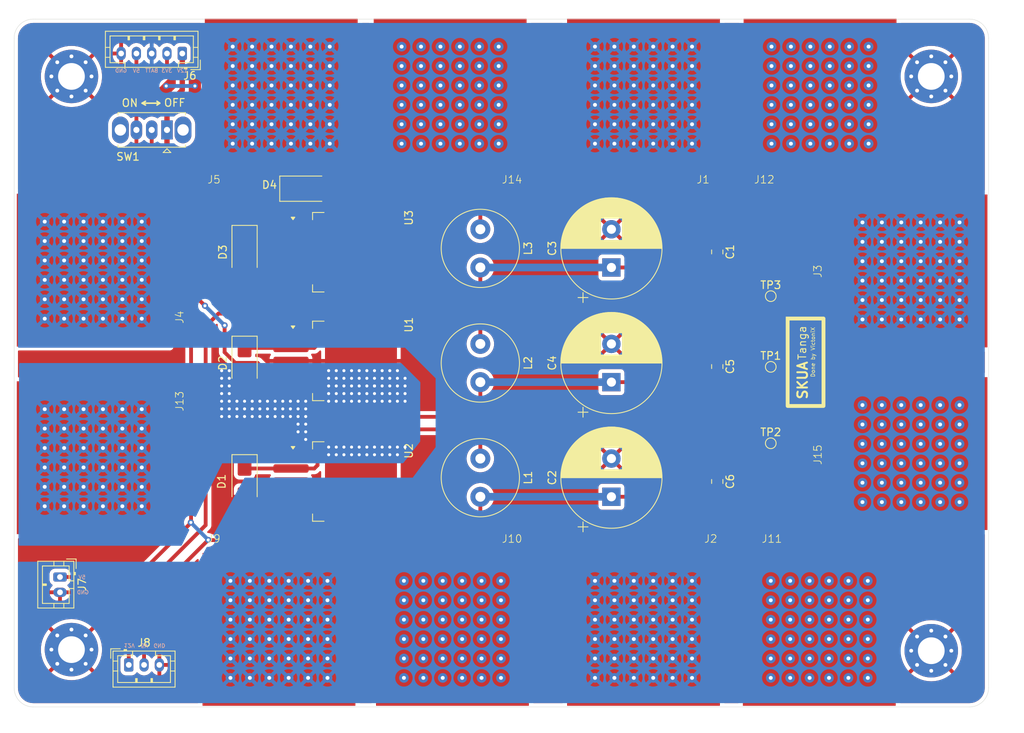
<source format=kicad_pcb>
(kicad_pcb (version 20240108) (generator "pcbnew") (generator_version "8.0")
  (layers (0 "F.Cu" signal) (31 "B.Cu" signal) (34 "B.Paste" user) (35 "F.Paste" user) (36 "B.SilkS" user "B.Silkscreen") (37 "F.SilkS" user "F.Silkscreen") (38 "B.Mask" user) (39 "F.Mask" user) (44 "Edge.Cuts" user))
  (net 0 "")
  (net 1 "GND")
  (net 2 "+12V")
  (net 3 "+5V")
  (net 4 "+3V3")
  (net 5 "Net-(D1-K)")
  (net 6 "Net-(D2-K)")
  (net 7 "Net-(D3-K)")
  (net 8 "Net-(D4-K)")
  (net 9 "+BATT")
  (net 10 "Net-(SW1-B)")
  (footprint "MountingHole:MountingHole_3.5mm_Pad_Via" (layer "F.Cu") (at 94.35 132.5)
    (property "Reference" "H1" (hide yes))
    (property "Value" "MountingHole_Pad")
  )
  (footprint "Diode_SMD:D_SMA" (layer "F.Cu") (at 117 80.5 -90)
    (property "Reference" "D3")
    (property "Value" "SS32")
  )
  (footprint "Custom library:Rectangular_Pad_20x20mm" (layer "F.Cu") (at 97.2 82.85)
    (property "Reference" "J4")
    (property "Value" "+BAT")
  )
  (footprint "Package_TO_SOT_SMD:TO-263-5_TabPin3" (layer "F.Cu") (at 130.725 80.5)
    (property "Reference" "U3")
    (property "Value" "LM2576HVS-12")
  )
  (footprint "Custom library:Rectangular_Pad_20x20mm" (layer "F.Cu") (at 144.2 129.85)
    (property "Reference" "J10")
    (property "Value" "-BAT")
  )
  (footprint "Capacitor_SMD:C_0805_2012Metric_Pad1.18x1.45mm_HandSolder" (layer "F.Cu") (at 178.85 80.4625 -90)
    (property "Reference" "C1")
    (property "Value" "100nF")
  )
  (footprint "Custom library:Rectangular_Pad_20x20mm" (layer "F.Cu") (at 97.2 107.39)
    (property "Reference" "J13")
    (property "Value" "-BAT")
  )
  (footprint "Inductor_THT:L_Radial_D10.0mm_P5.00mm_Fastron_07P" (layer "F.Cu") (at 147.85 107.5 -90)
    (property "Reference" "L1")
    (property "Value" "100uH")
  )
  (footprint "Custom library:Rectangular_Pad_20x20mm" (layer "F.Cu") (at 121.8 59.95)
    (property "Reference" "J5")
    (property "Value" "+BAT")
  )
  (footprint "Capacitor_THT:CP_Radial_D13.0mm_P5.00mm" (layer "F.Cu") (at 165 112.5 90)
    (property "Reference" "C2")
    (property "Value" "1000uF")
  )
  (footprint "Custom library:Rectangular_Pad_20x20mm" (layer "F.Cu") (at 192.3 59.95)
    (property "Reference" "J12")
    (property "Value" "-BAT")
  )
  (footprint "Inductor_THT:L_Radial_D10.0mm_P5.00mm_Fastron_07P" (layer "F.Cu") (at 147.85 92.5 -90)
    (property "Reference" "L2")
    (property "Value" "100uH")
  )
  (footprint "TestPoint:TestPoint_Pad_D1.0mm" (layer "F.Cu") (at 185.85 105.5)
    (property "Reference" "TP2")
    (property "Value" "5V")
  )
  (footprint "Button_Switch_THT:SW_Slide_SPDT_Straight_CK_OS102011MS2Q" (layer "F.Cu") (at 106.85 64.5 180)
    (property "Reference" "SW1")
    (property "Value" "Switch")
  )
  (footprint "Package_TO_SOT_SMD:TO-263-5_TabPin3" (layer "F.Cu") (at 130.725 110.5)
    (property "Reference" "U2")
    (property "Value" "LM2576HVS-5")
  )
  (footprint "Custom library:Rectangular_Pad_20x20mm" (layer "F.Cu") (at 169.2 59.95)
    (property "Reference" "J1")
    (property "Value" "+BAT")
  )
  (footprint "Connector_JST:JST_PH_B2B-PH-K_1x02_P2.00mm_Vertical" (layer "F.Cu") (at 92.85 123 -90)
    (property "Reference" "J7")
    (property "Value" "Communication")
  )
  (footprint "Custom library:Rectangular_Pad_20x20mm" (layer "F.Cu") (at 204.2 106.85)
    (property "Reference" "J15")
    (property "Value" "-BAT")
  )
  (footprint "Custom library:Rectangular_Pad_20x20mm" (layer "F.Cu") (at 121.5 129.85)
    (property "Reference" "J9")
    (property "Value" "+BAT")
  )
  (footprint "Capacitor_SMD:C_0805_2012Metric_Pad1.18x1.45mm_HandSolder" (layer "F.Cu") (at 178.85 110.5 -90)
    (property "Reference" "C6")
    (property "Value" "100nF")
  )
  (footprint "MountingHole:MountingHole_3.5mm_Pad_Via" (layer "F.Cu") (at 206.85 57.5)
    (property "Reference" "H2" (hide yes))
    (property "Value" "MountingHole_Pad")
  )
  (footprint "Package_TO_SOT_SMD:TO-263-5_TabPin3" (layer "F.Cu") (at 130.725 94.725)
    (property "Reference" "U1")
    (property "Value" "LM2576HVS-3.3")
  )
  (footprint "Custom library:Rectangular_Pad_20x20mm" (layer "F.Cu") (at 204.2 82.95)
    (property "Reference" "J3")
    (property "Value" "+BAT")
  )
  (footprint "Diode_SMD:D_SMA" (layer "F.Cu") (at 125.1125 72.19)
    (property "Reference" "D4")
    (property "Value" "SS32")
  )
  (footprint "Connector_JST:JST_PH_B5B-PH-K_1x05_P2.00mm_Vertical" (layer "F.Cu") (at 108.85 54.5 180)
    (property "Reference" "J6")
    (property "Value" "Control")
  )
  (footprint "Capacitor_THT:CP_Radial_D13.0mm_P5.00mm" (layer "F.Cu") (at 165 97.5 90)
    (property "Reference" "C4")
    (property "Value" "1000uF")
  )
  (footprint "MountingHole:MountingHole_3.5mm_Pad_Via" (layer "F.Cu") (at 206.85 132.643845)
    (property "Reference" "H4" (hide yes))
    (property "Value" "MountingHole_Pad")
  )
  (footprint "Diode_SMD:D_SMA" (layer "F.Cu") (at 117 95 -90)
    (property "Reference" "D2")
    (property "Value" "SS32")
  )
  (footprint "MountingHole:MountingHole_3.5mm_Pad_Via" (layer "F.Cu") (at 94.35 57.5)
    (property "Reference" "H3" (hide yes))
    (property "Value" "MountingHole_Pad")
  )
  (footprint "Capacitor_THT:CP_Radial_D13.0mm_P5.00mm" (layer "F.Cu") (at 165 82.5 90)
    (property "Reference" "C3")
    (property "Value" "1000uF")
  )
  (footprint "TestPoint:TestPoint_Pad_D1.0mm" (layer "F.Cu") (at 185.85 95.5)
    (property "Reference" "TP1")
    (property "Value" "3V3")
  )
  (footprint "TestPoint:TestPoint_Pad_D1.0mm" (layer "F.Cu") (at 185.85 86.25)
    (property "Reference" "TP3")
    (property "Value" "12V")
  )
  (footprint "Connector_JST:JST_PH_B3B-PH-K_1x03_P2.00mm_Vertical" (layer "F.Cu") (at 101.85 134.5)
    (property "Reference" "J8")
    (property "Value" "Camera")
  )
  (footprint "Custom library:Rectangular_Pad_20x20mm" (layer "F.Cu") (at 143.9 59.95)
    (property "Reference" "J14")
    (property "Value" "-BAT")
  )
  (footprint "Custom library:Rectangular_Pad_20x20mm" (layer "F.Cu") (at 192.2 129.85)
    (property "Reference" "J11")
    (property "Value" "-BAT")
  )
  (footprint "Custom library:Rectangular_Pad_20x20mm" (layer "F.Cu") (at 169.2 129.85)
    (property "Reference" "J2")
    (property "Value" "+BAT")
  )
  (footprint "Diode_SMD:D_SMA" (layer "F.Cu") (at 117 110.5 -90)
    (property "Reference" "D1")
    (property "Value" "SS32")
  )
  (footprint "Inductor_THT:L_Radial_D10.0mm_P5.00mm_Fastron_07P" (layer "F.Cu") (at 147.85 77.5 -90)
    (property "Reference" "L3")
    (property "Value" "100uH")
  )
  (footprint "Capacitor_SMD:C_0805_2012Metric_Pad1.18x1.45mm_HandSolder" (layer "F.Cu") (at 178.85 95.4625 -90)
    (property "Reference" "C5")
    (property "Value" "100nF")
  )
  (gr_line (start 105.905 61) (end 105.535 61.25) (stroke (width 0.2)) (layer "F.SilkS"))
  (gr_line (start 103.595 61) (end 104.035 61.25) (stroke (width 0.2)) (layer "F.SilkS"))
  (gr_line (start 103.595 61) (end 105.905 61) (stroke (width 0.2)) (layer "F.SilkS"))
  (gr_line (start 105.905 61) (end 105.535 60.75) (stroke (width 0.2)) (layer "F.SilkS"))
  (gr_line (start 103.595 61) (end 104.035 60.75) (stroke (width 0.2)) (layer "F.SilkS"))
  (gr_rect (start 188.06 89.18) (end 192.75 100.62) (stroke (width 0.5)) (fill none) (layer "F.SilkS"))
  (gr_line (start 86.85 137.5) (end 86.85 52.5) (stroke (width 0.05)) (layer "Edge.Cuts"))
  (gr_arc (start 86.85 52.5) (mid 87.582233 50.732233) (end 89.35 50) (stroke (width 0.05)) (layer "Edge.Cuts"))
  (gr_arc (start 211.85 50) (mid 213.617767 50.732233) (end 214.35 52.5) (stroke (width 0.05)) (layer "Edge.Cuts"))
  (gr_arc (start 214.35 137.5) (mid 213.617767 139.267767) (end 211.85 140) (stroke (width 0.05)) (layer "Edge.Cuts"))
  (gr_arc (start 89.35 140) (mid 87.582233 139.267767) (end 86.85 137.5) (stroke (width 0.05)) (layer "Edge.Cuts"))
  (gr_line (start 89.35 50) (end 211.85 50) (stroke (width 0.05)) (layer "Edge.Cuts"))
  (gr_line (start 214.35 52.5) (end 214.35 137.5) (stroke (width 0.05)) (layer "Edge.Cuts"))
  (gr_line (start 211.85 140) (end 89.35 140) (stroke (width 0.05)) (layer "Edge.Cuts"))
  (gr_text "5V" (at 96.24 123.32 0) (layer "B.SilkS") (effects (font (size 0.5 0.5) (thickness 0.08)) (justify left bottom mirror)))
  (gr_text "GND" (at 105.04 131.66 180) (layer "B.SilkS") (effects (font (size 0.5 0.5) (thickness 0.08)) (justify left bottom mirror)))
  (gr_text "5V" (at 103.35 57.04 0) (layer "B.SilkS") (effects (font (size 0.5 0.5) (thickness 0.08)) (justify left bottom mirror)))
  (gr_text "GND" (at 96.66 125.29 0) (layer "B.SilkS") (effects (font (size 0.5 0.5) (thickness 0.08)) (justify left bottom mirror)))
  (gr_text "3V3" (at 107.57 57.03 0) (layer "B.SilkS") (effects (font (size 0.5 0.5) (thickness 0.08)) (justify left bottom mirror)))
  (gr_text "BATT" (at 105.74 57.03 0) (layer "B.SilkS") (effects (font (size 0.5 0.5) (thickness 0.08)) (justify left bottom mirror)))
  (gr_text "12V" (at 101.18 131.66 180) (layer "B.SilkS") (effects (font (size 0.5 0.5) (thickness 0.08)) (justify left bottom mirror)))
  (gr_text "5V" (at 103.39 131.68 180) (layer "B.SilkS") (effects (font (size 0.5 0.5) (thickness 0.08)) (justify left bottom mirror)))
  (gr_text "12V" (at 109.6 57.02 0) (layer "B.SilkS") (effects (font (size 0.5 0.5) (thickness 0.08)) (justify left bottom mirror)))
  (gr_text "GND" (at 101.65 57.03 0) (layer "B.SilkS") (effects (font (size 0.5 0.5) (thickness 0.08)) (justify left bottom mirror)))
  (gr_text "ON" (at 100.845 61.56 0) (layer "F.SilkS") (effects (font (size 1 1)) (justify left bottom)))
  (gr_text "Done by VictoniX" (at 191.67 96.89 90) (layer "F.SilkS") (effects (font (size 0.508 0.508) (thickness 0.0762)) (justify left bottom)))
  (gr_text "OFF" (at 106.375 61.53 0) (layer "F.SilkS") (effects (font (size 1 1)) (justify left bottom)))
  (gr_text "Tanga" (at 190.56 94.67 90) (layer "F.SilkS") (effects (font (size 1.016 1.016) (thickness 0.127)) (justify left bottom)))
  (gr_text "SKUA" (at 190.76 99.88 90) (layer "F.SilkS") (effects (font (size 1.27 1.27) (thickness 0.254) (bold yes)) (justify left bottom)))
  (via (at 110.5 58.75) (size 0.8) (drill 0.4) (layers "F.Cu" "B.Cu") (net 1))
  (via (at 131 99) (size 0.8) (drill 0.4) (layers "F.Cu" "B.Cu") (net 1))
  (via (at 114 101) (size 0.8) (drill 0.4) (layers "F.Cu" "B.Cu") (net 1))
  (via (at 114 100) (size 0.8) (drill 0.4) (layers "F.Cu" "B.Cu") (net 1))
  (via (at 122 102) (size 0.8) (drill 0.4) (layers "F.Cu" "B.Cu") (net 1))
  (via (at 125 101) (size 0.8) (drill 0.4) (layers "F.Cu" "B.Cu") (net 1))
  (via (at 130 97) (size 0.8) (drill 0.4) (layers "F.Cu" "B.Cu") (net 1))
  (via (at 129 100) (size 0.8) (drill 0.4) (layers "F.Cu" "B.Cu") (net 1))
  (via (at 114 99) (size 0.8) (drill 0.4) (layers "F.Cu" "B.Cu") (net 1))
  (via (at 125 103) (size 0.8) (drill 0.4) (layers "F.Cu" "B.Cu") (net 1))
  (via (at 125 100) (size 0.8) (drill 0.4) (layers "F.Cu" "B.Cu") (net 1))
  (via (at 106.75 58.75) (size 0.8) (drill 0.4) (layers "F.Cu" "B.Cu") (net 1))
  (via (at 114 98) (size 0.8) (drill 0.4) (layers "F.Cu" "B.Cu") (net 1))
  (via (at 115 102) (size 0.8) (drill 0.4) (layers "F.Cu" "B.Cu") (net 1))
  (via (at 124 102) (size 0.8) (drill 0.4) (layers "F.Cu" "B.Cu") (net 1))
  (via (at 122 100) (size 0.8) (drill 0.4) (layers "F.Cu" "B.Cu") (net 1))
  (via (at 121 102) (size 0.8) (drill 0.4) (layers "F.Cu" "B.Cu") (net 1))
  (via (at 125 104) (size 0.8) (drill 0.4) (layers "F.Cu" "B.Cu") (net 1))
  (via (at 124 104) (size 0.8) (drill 0.4) (layers "F.Cu" "B.Cu") (net 1))
  (via (at 131 106) (size 0.8) (drill 0.4) (layers "F.Cu" "B.Cu") (net 1))
  (via (at 120 100) (size 0.8) (drill 0.4) (layers "F.Cu" "B.Cu") (net 1))
  (via (at 128 98) (size 0.8) (drill 0.4) (layers "F.Cu" "B.Cu") (net 1))
  (via (at 138 98) (size 0.8) (drill 0.4) (layers "F.Cu" "B.Cu") (net 1))
  (via (at 134 106) (size 0.8) (drill 0.4) (layers "F.Cu" "B.Cu") (net 1))
  (via (at 138 99) (size 0.8) (drill 0.4) (layers "F.Cu" "B.Cu") (net 1))
  (via (at 115 97) (size 0.8) (drill 0.4) (layers "F.Cu" "B.Cu") (net 1))
  (via (at 134 107) (size 0.8) (drill 0.4) (layers "F.Cu" "B.Cu") (net 1))
  (via (at 124 103) (size 0.8) (drill 0.4) (layers "F.Cu" "B.Cu") (net 1))
  (via (at 129 107) (size 0.8) (drill 0.4) (layers "F.Cu" "B.Cu") (net 1))
  (via (at 128 96) (size 0.8) (drill 0.4) (layers "F.Cu" "B.Cu") (net 1))
  (via (at 125 105) (size 0.8) (drill 0.4) (layers "F.Cu" "B.Cu") (net 1))
  (via (at 134 99) (size 0.8) (drill 0.4) (layers "F.Cu" "B.Cu") (net 1))
  (via (at 118 102) (size 0.8) (drill 0.4) (layers "F.Cu" "B.Cu") (net 1))
  (via (at 132 106) (size 0.8) (drill 0.4) (layers "F.Cu" "B.Cu") (net 1))
  (via (at 114 97) (size 0.8) (drill 0.4) (layers "F.Cu" "B.Cu") (net 1))
  (via (at 129 98) (size 0.8) (drill 0.4) (layers "F.Cu" "B.Cu") (net 1))
  (via (at 125 102) (size 0.8) (drill 0.4) (layers "F.Cu" "B.Cu") (net 1))
  (via (at 130 100) (size 0.8) (drill 0.4) (layers "F.Cu" "B.Cu") (net 1))
  (via (at 124 100) (size 0.8) (drill 0.4) (layers "F.Cu" "B.Cu") (net 1))
  (via (at 123 102) (size 0.8) (drill 0.4) (layers "F.Cu" "B.Cu") (net 1))
  (via (at 115 101) (size 0.8) (drill 0.4) (layers "F.Cu" "B.Cu") (net 1))
  (via (at 120 102) (size 0.8) (drill 0.4) (layers "F.Cu" "B.Cu") (net 1))
  (via (at 131 100) (size 0.8) (drill 0.4) (layers "F.Cu" "B.Cu") (net 1))
  (via (at 136 107) (size 0.8) (drill 0.4) (layers "F.Cu" "B.Cu") (net 1))
  (via (at 136 99) (size 0.8) (drill 0.4) (layers "F.Cu" "B.Cu") (net 1))
  (via (at 135 106) (size 0.8) (drill 0.4) (layers "F.Cu" "B.Cu") (net 1))
  (via (at 118 101) (size 0.8) (drill 0.4) (layers "F.Cu" "B.Cu") (net 1))
  (via (at 128 107) (size 0.8) (drill 0.4) (layers "F.Cu" "B.Cu") (net 1))
  (via (at 128 99) (size 0.8) (drill 0.4) (layers "F.Cu" "B.Cu") (net 1))
  (via (at 135 98) (size 0.8) (drill 0.4) (layers "F.Cu" "B.Cu") (net 1))
  (via (at 131 96) (size 0.8) (drill 0.4) (layers "F.Cu" "B.Cu") (net 1))
  (via (at 134 96) (size 0.8) (drill 0.4) (layers "F.Cu" "B.Cu") (net 1))
  (via (at 117 101) (size 0.8) (drill 0.4) (layers "F.Cu" "B.Cu") (net 1))
  (via (at 137 107) (size 0.8) (drill 0.4) (layers "F.Cu" "B.Cu") (net 1))
  (via (at 114 102) (size 0.8) (drill 0.4) (layers "F.Cu" "B.Cu") (net 1))
  (via (at 137 96) (size 0.8) (drill 0.4) (layers "F.Cu" "B.Cu") (net 1))
  (via (at 116 101) (size 0.8) (drill 0.4) (layers "F.Cu" "B.Cu") (net 1))
  (via (at 136 100) (size 0.8) (drill 0.4) (layers "F.Cu" "B.Cu") (net 1))
  (via (at 133 97) (size 0.8) (drill 0.4) (layers "F.Cu" "B.Cu") (net 1))
  (via (at 128 106) (size 0.8) (drill 0.4) (layers "F.Cu" "B.Cu") (net 1))
  (via (at 121 101) (size 0.8) (drill 0.4) (layers "F.Cu" "B.Cu") (net 1))
  (via (at 134 98) (size 0.8) (drill 0.4) (layers "F.Cu" "B.Cu") (net 1))
  (via (at 135 107) (size 0.8) (drill 0.4) (layers "F.Cu" "B.Cu") (net 1))
  (via (at 133 99) (size 0.8) (drill 0.4) (layers "F.Cu" "B.Cu") (net 1))
  (via (at 135 100) (size 0.8) (drill 0.4) (layers "F.Cu" "B.Cu") (net 1))
  (via (at 129 96) (size 0.8) (drill 0.4) (layers "F.Cu" "B.Cu") (net 1))
  (via (at 129 106) (size 0.8) (drill 0.4) (layers "F.Cu" "B.Cu") (net 1))
  (via (at 137 99) (size 0.8) (drill 0.4) (layers "F.Cu" "B.Cu") (net 1))
  (via (at 117 100) (size 0.8) (drill 0.4) (layers "F.Cu" "B.Cu") (net 1))
  (via (at 124 101) (size 0.8) (drill 0.4) (layers "F.Cu" "B.Cu") (net 1))
  (via (at 123 100) (size 0.8) (drill 0.4) (layers "F.Cu" "B.Cu") (net 1))
  (via (at 130 96) (size 0.8) (drill 0.4) (layers "F.Cu" "B.Cu") (net 1))
  (via (at 138 106) (size 0.8) (drill 0.4) (layers "F.Cu" "B.Cu") (net 1))
  (via (at 136 98) (size 0.8) (drill 0.4) (layers "F.Cu" "B.Cu") (net 1))
  (via (at 137 100) (size 0.8) (drill 0.4) (layers "F.Cu" "B.Cu") (net 1))
  (via (at 136 97) (size 0.8) (drill 0.4) (layers "F.Cu" "B.Cu") (net 1))
  (via (at 136 106) (size 0.8) (drill 0.4) (layers "F.Cu" "B.Cu") (net 1))
  (via (at 114 96) (size 0.8) (drill 0.4) (layers "F.Cu" "B.Cu") (net 1))
  (via (at 132 100) (size 0.8) (drill 0.4) (layers "F.Cu" "B.Cu") (net 1))
  (via (at 134 97) (size 0.8) (drill 0.4) (layers "F.Cu" "B.Cu") (net 1))
  (via (at 117 102) (size 0.8) (drill 0.4) (layers "F.Cu" "B.Cu") (net 1))
  (via (at 118 101) (size 0.8) (drill 0.4) (layers "F.Cu" "B.Cu") (net 1))
  (via (at 129 97) (size 0.8) (drill 0.4) (layers "F.Cu" "B.Cu") (net 1))
  (via (at 135 96) (size 0.8) (drill 0.4) (layers "F.Cu" "B.Cu") (net 1))
  (via (at 119 102) (size 0.8) (drill 0.4) (layers "F.Cu" "B.Cu") (net 1))
  (via (at 132 98) (size 0.8) (drill 0.4) (layers "F.Cu" "B.Cu") (net 1))
  (via (at 137 98) (size 0.8) (drill 0.4) (layers "F.Cu" "B.Cu") (net 1))
  (via (at 134 98) (size 0.8) (drill 0.4) (layers "F.Cu" "B.Cu") (net 1))
  (via (at 132 96) (size 0.8) (drill 0.4) (layers "F.Cu" "B.Cu") (net 1))
  (via (at 131 98) (size 0.8) (drill 0.4) (layers "F.Cu" "B.Cu") (net 1))
  (via (at 130 98) (size 0.8) (drill 0.4) (layers "F.Cu" "B.Cu") (net 1))
  (via (at 128 100) (size 0.8) (drill 0.4) (layers "F.Cu" "B.Cu") (net 1))
  (via (at 132 107) (size 0.8) (drill 0.4) (layers "F.Cu" "B.Cu") (net 1))
  (via (at 133 96) (size 0.8) (drill 0.4) (layers "F.Cu" "B.Cu") (net 1))
  (via (at 137 97) (size 0.8) (drill 0.4) (layers "F.Cu" "B.Cu") (net 1))
  (via (at 135 97) (size 0.8) (drill 0.4) (layers "F.Cu" "B.Cu") (net 1))
  (via (at 137 106) (size 0.8) (drill 0.4) (layers "F.Cu" "B.Cu") (net 1))
  (via (at 138 97) (size 0.8) (drill 0.4) (layers "F.Cu" "B.Cu") (net 1))
  (via (at 116 100) (size 0.8) (drill 0.4) (layers "F.Cu" "B.Cu") (net 1))
  (via (at 120 101) (size 0.8) (drill 0.4) (layers "F.Cu" "B.Cu") (net 1))
  (via (at 134 100) (size 0.8) (drill 0.4) (layers "F.Cu" "B.Cu") (net 1))
  (via (at 115 99) (size 0.8) (drill 0.4) (layers "F.Cu" "B.Cu") (net 1))
  (via (at 115 96) (size 0.8) (drill 0.4) (layers "F.Cu" "B.Cu") (net 1))
  (via (at 130 99) (size 0.8) (drill 0.4) (layers "F.Cu" "B.Cu") (net 1))
  (via (at 136 96) (size 0.8) (drill 0.4) (layers "F.Cu" "B.Cu") (net 1))
  (via (at 123 101) (size 0.8) (drill 0.4) (layers "F.Cu" "B.Cu") (net 1))
  (via (at 131 107) (size 0.8) (drill 0.4) (layers "F.Cu" "B.Cu") (net 1))
  (via (at 135 99) (size 0.8) (drill 0.4) (layers "F.Cu" "B.Cu") (net 1))
  (via (at 122 101) (size 0.8) (drill 0.4) (layers "F.Cu" "B.Cu") (net 1))
  (via (at 130 107) (size 0.8) (drill 0.4) (layers "F.Cu" "B.Cu") (net 1))
  (via (at 132 99) (size 0.8) (drill 0.4) (layers "F.Cu" "B.Cu") (net 1))
  (via (at 129 99) (size 0.8) (drill 0.4) (layers "F.Cu" "B.Cu") (net 1))
  (via (at 118 100) (size 0.8) (drill 0.4) (layers "F.Cu" "B.Cu") (net 1))
  (via (at 119 100) (size 0.8) (drill 0.4) (layers "F.Cu" "B.Cu") (net 1))
  (via (at 132 97) (size 0.8) (drill 0.4) (layers "F.Cu" "B.Cu") (net 1))
  (via (at 133 98) (size 0.8) (drill 0.4) (layers "F.Cu" "B.Cu") (net 1))
  (via (at 128 97) (size 0.8) (drill 0.4) (layers "F.Cu" "B.Cu") (net 1))
  (via (at 133 106) (size 0.8) (drill 0.4) (layers "F.Cu" "B.Cu") (net 1))
  (via (at 121 100) (size 0.8) (drill 0.4) (layers "F.Cu" "B.Cu") (net 1))
  (via (at 133 100) (size 0.8) (drill 0.4) (layers "F.Cu" "B.Cu") (net 1))
  (via (at 119 101) (size 0.8) (drill 0.4) (layers "F.Cu" "B.Cu") (net 1))
  (via (at 115 98) (size 0.8) (drill 0.4) (layers "F.Cu" "B.Cu") (net 1))
  (via (at 138 100) (size 0.8) (drill 0.4) (layers "F.Cu" "B.Cu") (net 1))
  (via (at 130 106) (size 0.8) (drill 0.4) (layers "F.Cu" "B.Cu") (net 1))
  (via (at 133 107) (size 0.8) (drill 0.4) (layers "F.Cu" "B.Cu") (net 1))
  (via (at 131 97) (size 0.8) (drill 0.4) (layers "F.Cu" "B.Cu") (net 1))
  (via (at 115 100) (size 0.8) (drill 0.4) (layers "F.Cu" "B.Cu") (net 1))
  (via (at 116 102) (size 0.8) (drill 0.4) (layers "F.Cu" "B.Cu") (net 1))
  (segment (start 106.75 58.75) (end 110.5 58.75) (width 0.5) (layer "B.Cu") (net 1))
  (segment (start 111.91 90.21) (end 111.91 104) (width 0.5) (layer "F.Cu") (net 2))
  (segment (start 185.85 82.94) (end 185.85 86.25) (width 0.5) (layer "F.Cu") (net 2))
  (segment (start 121.96 104) (end 111.91 104) (width 0.5) (layer "F.Cu") (net 2))
  (segment (start 106.85 61.29) (end 108.76 59.38) (width 0.7) (layer "F.Cu") (net 2))
  (segment (start 146.32 86.91) (end 126.47 86.91) (width 0.5) (layer "F.Cu") (net 2))
  (segment (start 123.075 107.1) (end 123.075 105.125) (width 0.5) (layer "F.Cu") (net 2))
  (segment (start 178.85 81.5) (end 184.41 81.5) (width 0.5) (layer "F.Cu") (net 2))
  (segment (start 123.07 88.53) (end 124.7 86.9) (width 0.5) (layer "F.Cu") (net 2))
  (segment (start 125.88 82.2) (end 123.075 82.2) (width 0.5) (layer "F.Cu") (net 2))
  (segment (start 120.2 82.2) (end 119.57 82.83) (width 0.7) (layer "F.Cu") (net 2))
  (segment (start 118.93 85.42) (end 115.3 85.42) (width 0.7) (layer "F.Cu") (net 2))
  (segment (start 123.075 82.2) (end 120.2 82.2) (width 0.7) (layer "F.Cu") (net 2))
  (segment (start 123.07 88.53) (end 113.59 88.53) (width 0.5) (layer "F.Cu") (net 2))
  (segment (start 119.57 82.83) (end 119.57 84.78) (width 0.7) (layer "F.Cu") (net 2))
  (segment (start 106.99 61.29) (end 106.85 61.29) (width 0.5) (layer "F.Cu") (net 2))
  (segment (start 108.85 59.29) (end 108.85 54.5) (width 0.7) (layer "F.Cu") (net 2))
  (segment (start 123.075 105.125) (end 123.08 105.12) (width 0.5) (layer "F.Cu") (net 2))
  (segment (start 170.18 81.5) (end 169.18 82.5) (width 0.5) (layer "F.Cu") (net 2))
  (segment (start 106.85 67.43) (end 106.85 64.5) (width 0.7) (layer "F.Cu") (net 2))
  (segment (start 124.7 86.9) (end 126.46 86.9) (width 0.5) (layer "F.Cu") (net 2))
  (segment (start 115.27 85.45) (end 113.86 84.04) (width 0.7) (layer "F.Cu") (net 2))
  (segment (start 111.91 104) (end 111.91 116.21) (width 0.5) (layer "F.Cu") (net 2))
  (segment (start 184.41 81.5) (end 185.85 82.94) (width 0.5) (layer "F.Cu") (net 2))
  (segment (start 178.85 81.5) (end 170.18 81.5) (width 0.5) (layer "F.Cu") (net 2))
  (segment (start 123.08 105.12) (end 121.96 104) (width 0.5) (layer "F.Cu") (net 2))
  (segment (start 123.075 91.325) (end 123.075 88.535) (width 0.5) (layer "F.Cu") (net 2))
  (segment (start 126.46 86.9) (end 126.46 82.78) (width 0.5) (layer "F.Cu") (net 2))
  (segment (start 126.46 82.78) (end 125.88 82.2) (width 0.5) (layer "F.Cu") (net 2))
  (segment (start 113.59 88.53) (end 111.91 90.21) (width 0.5) (layer "F.Cu") (net 2))
  (segment (start 147.85 85.38) (end 146.32 86.91) (width 0.5) (layer "F.Cu") (net 2))
  (segment (start 113.86 74.44) (end 106.85 67.43) (width 0.7) (layer "F.Cu") (net 2))
  (segment (start 126.47 86.91) (end 126.46 86.9) (width 0.5) (layer "F.Cu") (net 2))
  (segment (start 101.85 126.27) (end 101.85 134.5) (width 0.5) (layer "F.Cu") (net 2))
  (segment (start 119.57 84.78) (end 118.93 85.42) (width 0.7) (layer "F.Cu") (net 2))
  (segment (start 106.85 64.5) (end 106.85 61.29) (width 0.7) (layer "F.Cu") (net 2))
  (segment (start 147.85 82.5) (end 147.85 85.38) (width 0.5) (layer "F.Cu") (net 2))
  (segment (start 113.86 84.04) (end 113.86 74.44) (width 0.7) (layer "F.Cu") (net 2))
  (segment (start 169.18 82.5) (end 165 82.5) (width 0.5) (layer "F.Cu") (net 2))
  (segment (start 115.3 85.42) (end 115.27 85.45) (width 0.5) (layer "F.Cu") (net 2))
  (segment (start 123.075 88.535) (end 123.07 88.53) (width 0.5) (layer "F.Cu") (net 2))
  (segment (start 111.91 116.21) (end 101.85 126.27) (width 0.5) (layer "F.Cu") (net 2))
  (segment (start 165 82.5) (end 147.85 82.5) (width 1) (layer "B.Cu") (net 2))
  (segment (start 185.85 105.5) (end 185.86 105.51) (width 0.5) (layer "F.Cu") (net 3))
  (segment (start 178.85 111.5375) (end 170.7625 111.5375) (width 0.5) (layer "F.Cu") (net 3))
  (segment (start 185.86 109.91) (end 184.2325 111.5375) (width 0.5) (layer "F.Cu") (net 3))
  (segment (start 170.7625 111.5375) (end 169.8 112.5) (width 0.5) (layer "F.Cu") (net 3))
  (segment (start 109.97 115.92) (end 102.89 123) (width 0.5) (layer "F.Cu") (net 3))
  (segment (start 105.54 70.18) (end 98.92 70.18) (width 0.5) (layer "F.Cu") (net 3))
  (segment (start 169.8 112.5) (end 165 112.5) (width 0.5) (layer "F.Cu") (net 3))
  (segment (start 109.97 115.86) (end 110 115.83) (width 0.5) (layer "F.Cu") (net 3))
  (segment (start 97.3 61.73) (end 99.78 59.25) (width 0.5) (layer "F.Cu") (net 3))
  (segment (start 125.8 112.2) (end 126.32 112.72) (width 0.5) (layer "F.Cu") (net 3))
  (segment (start 97.3 68.56) (end 97.3 61.73) (width 0.5) (layer "F.Cu") (net 3))
  (segment (start 102.89 123) (end 92.85 123) (width 0.5) (layer "F.Cu") (net 3))
  (segment (start 103.85 134.5) (end 103.85 126.55) (width 0.5) (layer "F.Cu") (net 3))
  (segment (start 146.24 118.17) (end 147.85 116.56) (width 0.5) (layer "F.Cu") (net 3))
  (segment (start 184.2325 111.5375) (end 178.85 111.5375) (width 0.5) (layer "F.Cu") (net 3))
  (segment (start 185.86 105.51) (end 185.86 109.91) (width 0.5) (layer "F.Cu") (net 3))
  (segment (start 110 115.83) (end 110 74.64) (width 0.5) (layer "F.Cu") (net 3))
  (segment (start 103.85 126.55) (end 112.25 118.15) (width 0.5) (layer "F.Cu") (net 3))
  (segment (start 109.97 115.86) (end 109.97 115.92) (width 0.5) (layer "F.Cu") (net 3))
  (segment (start 102.85 58.4) (end 102.85 54.5) (width 0.5) (layer "F.Cu") (net 3))
  (segment (start 123.075 112.2) (end 125.8 112.2) (width 0.5) (layer "F.Cu") (net 3))
  (segment (start 112.25 118.15) (end 112.27 118.17) (width 0.5) (layer "F.Cu") (net 3))
  (segment (start 147.85 116.56) (end 147.85 112.5) (width 0.5) (layer "F.Cu") (net 3))
  (segment (start 110 74.64) (end 105.54 70.18) (width 0.5) (layer "F.Cu") (net 3))
  (segment (start 126.32 112.72) (end 126.32 118.17) (width 0.5) (layer "F.Cu") (net 3))
  (segment (start 102 59.25) (end 102.85 58.4) (width 0.5) (layer "F.Cu") (net 3))
  (segment (start 112.27 118.17) (end 146.24 118.17) (width 0.5) (layer "F.Cu") (net 3))
  (segment (start 99.78 59.25) (end 102 59.25) (width 0.5) (layer "F.Cu") (net 3))
  (segment (start 98.92 70.18) (end 97.3 68.56) (width 0.5) (layer "F.Cu") (net 3))
  (via (at 112.25 118.15) (size 0.8) (drill 0.4) (layers "F.Cu" "B.Cu") (net 3))
  (via (at 109.97 115.86) (size 0.8) (drill 0.4) (layers "F.Cu" "B.Cu") (net 3))
  (segment (start 165 112.5) (end 147.85 112.5) (width 1) (layer "B.Cu") (net 3))
  (segment (start 109.97 115.86) (end 109.97 115.87) (width 0.5) (layer "B.Cu") (net 3))
  (segment (start 109.97 115.87) (end 112.25 118.15) (width 0.5) (layer "B.Cu") (net 3))
  (segment (start 123.075 96.425) (end 120.145 96.425) (width 0.5) (layer "F.Cu") (net 4))
  (segment (start 114.39 92.11) (end 114.39 90.07) (width 0.5) (layer "F.Cu") (net 4))
  (segment (start 98.52 62.56) (end 100.33 60.75) (width 0.5) (layer "F.Cu") (net 4))
  (segment (start 98.52 67.47) (end 98.52 62.56) (width 0.5) (layer "F.Cu") (net 4))
  (segment (start 123.075 96.425) (end 125.745 96.425) (width 0.5) (layer "F.Cu") (net 4))
  (segment (start 137 102) (end 137.04 102.04) (width 0.5) (layer "F.Cu") (net 4))
  (segment (start 126.52 101.34) (end 127.22 102.04) (width 0.5) (layer "F.Cu") (net 4))
  (segment (start 118.7 94.98) (end 115.78 94.98) (width 0.5) (layer "F.Cu") (net 4))
  (segment (start 169.83 97.5) (end 165 97.5) (width 0.5) (layer "F.Cu") (net 4))
  (segment (start 136.96 102.04) (end 137 102) (width 0.5) (layer "F.Cu") (net 4))
  (segment (start 111.82 87.51) (end 111.03 86.72) (width 0.5) (layer "F.Cu") (net 4))
  (segment (start 182.78 95.5) (end 181.76 96.52) (width 0.5) (layer "F.Cu") (net 4))
  (segment (start 125.745 96.425) (end 126.52 97.2) (width 0.5) (layer "F.Cu") (net 4))
  (segment (start 127.22 102.04) (end 136.96 102.04) (width 0.5) (layer "F.Cu") (net 4))
  (segment (start 170.83 96.5) (end 169.83 97.5) (width 0.5) (layer "F.Cu") (net 4))
  (segment (start 147.85 100.5) (end 147.85 97.5) (width 0.5) (layer "F.Cu") (net 4))
  (segment (start 178.85 96.5) (end 170.83 96.5) (width 0.5) (layer "F.Cu") (net 4))
  (segment (start 119.59 95.87) (end 118.7 94.98) (width 0.5) (layer "F.Cu") (net 4))
  (segment (start 146.31 102.04) (end 147.85 100.5) (width 0.5) (layer "F.Cu") (net 4))
  (segment (start 99.95 68.9) (end 98.52 67.47) (width 0.5) (layer "F.Cu") (net 4))
  (segment (start 103 60.75) (end 106.85 56.9) (width 0.5) (layer "F.Cu") (net 4))
  (segment (start 111.03 86.72) (end 111.03 74.397208) (width 0.5) (layer "F.Cu") (net 4))
  (segment (start 105.532792 68.9) (end 99.95 68.9) (width 0.5) (layer "F.Cu") (net 4))
  (segment (start 137.04 102.04) (end 146.31 102.04) (width 0.5) (layer "F.Cu") (net 4))
  (segment (start 106.85 56.9) (end 106.85 54.5) (width 0.5) (layer "F.Cu") (net 4))
  (segment (start 114.39 93.59) (end 114.39 92.11) (width 0.5) (layer "F.Cu") (net 4))
  (segment (start 111.03 74.397208) (end 105.532792 68.9) (width 0.5) (layer "F.Cu") (net 4))
  (segment (start 185.85 95.5) (end 182.78 95.5) (width 0.5) (layer "F.Cu") (net 4))
  (segment (start 115.78 94.98) (end 114.39 93.59) (width 0.5) (layer "F.Cu") (net 4))
  (segment (start 181.74 96.5) (end 178.85 96.5) (width 0.5) (layer "F.Cu") (net 4))
  (segment (start 120.145 96.425) (end 119.59 95.87) (width 0.5) (layer "F.Cu") (net 4))
  (segment (start 181.76 96.52) (end 181.74 96.5) (width 0.5) (layer "F.Cu") (net 4))
  (segment (start 100.33 60.75) (end 103 60.75) (width 0.5) (layer "F.Cu") (net 4))
  (segment (start 126.52 97.2) (end 126.52 101.34) (width 0.5) (layer "F.Cu") (net 4))
  (via (at 114.39 90.07) (size 0.8) (drill 0.4) (layers "F.Cu" "B.Cu") (net 4))
  (via (at 111.82 87.51) (size 0.8) (drill 0.4) (layers "F.Cu" "B.Cu") (net 4))
  (segment (start 114.38 90.07) (end 111.82 87.51) (width 0.5) (layer "B.Cu") (net 4))
  (segment (start 114.39 90.07) (end 114.38 90.07) (width 0.5) (layer "B.Cu") (net 4))
  (segment (start 165 97.5) (end 147.85 97.5) (width 1) (layer "B.Cu") (net 4))
  (segment (start 127.37 103.68) (end 146.75 103.68) (width 0.5) (layer "F.Cu") (net 5))
  (segment (start 147.87 104.8) (end 147.85 104.82) (width 0.5) (layer "F.Cu") (net 5))
  (segment (start 123.075 108.8) (end 117.3 108.8) (width 0.5) (layer "F.Cu") (net 5))
  (segment (start 126.12 108.8) (end 126.55 108.37) (width 0.5) (layer "F.Cu") (net 5))
  (segment (start 123.075 108.8) (end 126.12 108.8) (width 0.5) (layer "F.Cu") (net 5))
  (segment (start 146.75 103.68) (end 147.87 104.8) (width 0.5) (layer "F.Cu") (net 5))
  (segment (start 126.55 108.37) (end 126.55 104.5) (width 0.5) (layer "F.Cu") (net 5))
  (segment (start 147.85 104.82) (end 147.85 107.5) (width 0.5) (layer "F.Cu") (net 5))
  (segment (start 126.55 104.5) (end 127.37 103.68) (width 0.5) (layer "F.Cu") (net 5))
  (segment (start 117.3 108.8) (end 117 108.5) (width 0.5) (layer "F.Cu") (net 5))
  (segment (start 123.075 93.025) (end 117.025 93.025) (width 0.5) (layer "F.Cu") (net 6))
  (segment (start 126.115 93.025) (end 126.62 92.52) (width 0.5) (layer "F.Cu") (net 6))
  (segment (start 123.075 93.025) (end 126.115 93.025) (width 0.5) (layer "F.Cu") (net 6))
  (segment (start 146.16 88.25) (end 147.85 89.94) (width 0.5) (layer "F.Cu") (net 6))
  (segment (start 127.33 88.25) (end 146.16 88.25) (width 0.5) (layer "F.Cu") (net 6))
  (segment (start 117.025 93.025) (end 117 93) (width 0.5) (layer "F.Cu") (net 6))
  (segment (start 126.62 88.96) (end 127.33 88.25) (width 0.5) (layer "F.Cu") (net 6))
  (segment (start 147.85 89.94) (end 147.85 92.5) (width 0.5) (layer "F.Cu") (net 6))
  (segment (start 126.62 92.52) (end 126.62 88.96) (width 0.5) (layer "F.Cu") (net 6))
  (segment (start 127.47 74.01) (end 146.95 74.01) (width 0.5) (layer "F.Cu") (net 7))
  (segment (start 126.53 78.46) (end 126.53 74.95) (width 0.5) (layer "F.Cu") (net 7))
  (segment (start 147.86 74.92) (end 147.85 74.93) (width 0.5) (layer "F.Cu") (net 7))
  (segment (start 146.95 74.01) (end 147.86 74.92) (width 0.5) (layer "F.Cu") (net 7))
  (segment (start 126.19 78.8) (end 126.53 78.46) (width 0.5) (layer "F.Cu") (net 7))
  (segment (start 123.075 78.8) (end 117.3 78.8) (width 0.5) (layer "F.Cu") (net 7))
  (segment (start 126.53 74.95) (end 127.47 74.01) (width 0.5) (layer "F.Cu") (net 7))
  (segment (start 123.075 78.8) (end 126.19 78.8) (width 0.5) (layer "F.Cu") (net 7))
  (segment (start 147.85 74.93) (end 147.85 77.5) (width 0.5) (layer "F.Cu") (net 7))
  (segment (start 117.3 78.8) (end 117 78.5) (width 0.5) (layer "F.Cu") (net 7))
  (segment (start 123.0525 77.0775) (end 123.075 77.1) (width 0.5) (layer "F.Cu") (net 8))
  (segment (start 123.1125 72.19) (end 123.0525 72.25) (width 0.5) (layer "F.Cu") (net 8))
  (segment (start 123.0525 72.25) (end 123.0525 77.0775) (width 0.5) (layer "F.Cu") (net 8))
  (segment (start 127.0525 65.2025) (end 121.8 59.95) (width 0.5) (layer "F.Cu") (net 9))
  (segment (start 127.0525 72.13) (end 127.0525 65.2025) (width 1) (layer "F.Cu") (net 9))
  (segment (start 127.1125 72.19) (end 127.0525 72.13) (width 1) (layer "F.Cu") (net 9))
  (segment (start 104.85 64.5) (end 104.85 66.85) (width 0.5) (layer "F.Cu") (net 10))
  (segment (start 111.98 85.3) (end 113.57 86.89) (width 0.5) (layer "F.Cu") (net 10))
  (segment (start 113.57 86.89) (end 122.1 86.89) (width 0.5) (layer "F.Cu") (net 10))
  (segment (start 104.85 66.85) (end 111.98 73.98) (width 0.5) (layer "F.Cu") (net 10))
  (segment (start 122.1 86.89) (end 123.075 85.915) (width 0.5) (layer "F.Cu") (net 10))
  (segment (start 123.075 85.915) (end 123.075 83.9) (width 0.5) (layer "F.Cu") (net 10))
  (segment (start 111.98 73.98) (end 111.98 85.3) (width 0.5) (layer "F.Cu") (net 10))
  (zone (net 1) (net_name "GND") (layer "F.Cu") (connect_pads (clearance 0.5)) (min_thickness 0.25) (fill yes (thermal_gap 0.5) (thermal_bridge_width 0.5))
    (polygon (pts (xy 85 47.5) (xy 217.5 47.5) (xy 217.5 142.5) (xy 85 142.5)))
  )
  (zone (net 9) (net_name "+BATT") (layer "B.Cu") (priority 2) (connect_pads (clearance 0.5)) (min_thickness 0.25) (fill yes (thermal_gap 0.5) (thermal_bridge_width 0.5))
    (polygon (pts (xy 86 48) (xy 86 93) (xy 138 93) (xy 142 97) (xy 142 106) (xy 139 110) (xy 117 110) (xy 111 121) (xy 86 121) (xy 86 143) (xy 219 143) (xy 219 48)))
  )
  (zone (net 1) (net_name "GND") (layer "B.Cu") (priority 1) (connect_pads (clearance 0.5)) (min_thickness 0.25) (fill yes (thermal_gap 0.5) (thermal_bridge_width 0.5))
    (polygon (pts (xy 87.5 95) (xy 137.5 95) (xy 140 97.5) (xy 139.98 99.86) (xy 139.99 103.61) (xy 139.98 105.28) (xy 137.75 108.11) (xy 114.08 108.12) (xy 108.75 118.91) (xy 87.42 118.9)))
  )
)
</source>
